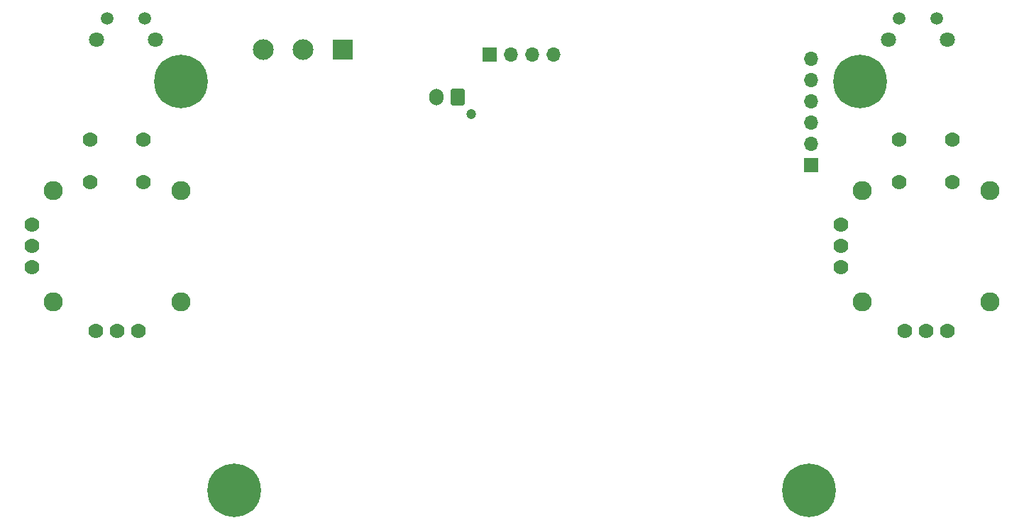
<source format=gbr>
%TF.GenerationSoftware,KiCad,Pcbnew,6.0.4-6f826c9f35~116~ubuntu18.04.1*%
%TF.CreationDate,2022-06-21T09:58:33-04:00*%
%TF.ProjectId,Makers-Unified-Controller,4d616b65-7273-42d5-956e-69666965642d,rev?*%
%TF.SameCoordinates,Original*%
%TF.FileFunction,Soldermask,Bot*%
%TF.FilePolarity,Negative*%
%FSLAX46Y46*%
G04 Gerber Fmt 4.6, Leading zero omitted, Abs format (unit mm)*
G04 Created by KiCad (PCBNEW 6.0.4-6f826c9f35~116~ubuntu18.04.1) date 2022-06-21 09:58:33*
%MOMM*%
%LPD*%
G01*
G04 APERTURE LIST*
G04 Aperture macros list*
%AMRoundRect*
0 Rectangle with rounded corners*
0 $1 Rounding radius*
0 $2 $3 $4 $5 $6 $7 $8 $9 X,Y pos of 4 corners*
0 Add a 4 corners polygon primitive as box body*
4,1,4,$2,$3,$4,$5,$6,$7,$8,$9,$2,$3,0*
0 Add four circle primitives for the rounded corners*
1,1,$1+$1,$2,$3*
1,1,$1+$1,$4,$5*
1,1,$1+$1,$6,$7*
1,1,$1+$1,$8,$9*
0 Add four rect primitives between the rounded corners*
20,1,$1+$1,$2,$3,$4,$5,0*
20,1,$1+$1,$4,$5,$6,$7,0*
20,1,$1+$1,$6,$7,$8,$9,0*
20,1,$1+$1,$8,$9,$2,$3,0*%
G04 Aperture macros list end*
%ADD10C,1.778000*%
%ADD11C,2.286000*%
%ADD12C,0.800000*%
%ADD13C,6.400000*%
%ADD14R,1.700000X1.700000*%
%ADD15O,1.700000X1.700000*%
%ADD16C,1.498600*%
%ADD17C,1.803400*%
%ADD18R,2.475000X2.475000*%
%ADD19C,2.475000*%
%ADD20C,1.200000*%
%ADD21RoundRect,0.250000X0.600000X0.750000X-0.600000X0.750000X-0.600000X-0.750000X0.600000X-0.750000X0*%
%ADD22O,1.700000X2.000000*%
G04 APERTURE END LIST*
D10*
%TO.C,U4*%
X199390000Y-85090000D03*
X199390000Y-82550000D03*
X199390000Y-80010000D03*
D11*
X217170000Y-75882500D03*
X217170000Y-89217500D03*
X201930000Y-89217500D03*
X201930000Y-75882500D03*
D10*
X212090000Y-92710000D03*
X209550000Y-92710000D03*
X207010000Y-92710000D03*
X212725000Y-74930000D03*
X206375000Y-74930000D03*
X212725000Y-69850000D03*
X206375000Y-69850000D03*
%TD*%
%TO.C,U1*%
X102870000Y-85090000D03*
X102870000Y-82550000D03*
X102870000Y-80010000D03*
D11*
X120650000Y-75882500D03*
X120650000Y-89217500D03*
X105410000Y-89217500D03*
X105410000Y-75882500D03*
D10*
X115570000Y-92710000D03*
X113030000Y-92710000D03*
X110490000Y-92710000D03*
X116205000Y-74930000D03*
X109855000Y-74930000D03*
X116205000Y-69850000D03*
X109855000Y-69850000D03*
%TD*%
D12*
%TO.C,H1*%
X128697056Y-113457056D03*
X125302944Y-110062944D03*
X128697056Y-110062944D03*
X127000000Y-114160000D03*
X127000000Y-109360000D03*
X124600000Y-111760000D03*
X125302944Y-113457056D03*
D13*
X127000000Y-111760000D03*
D12*
X129400000Y-111760000D03*
%TD*%
%TO.C,H2*%
X203419112Y-64562056D03*
X200025000Y-61167944D03*
X203419112Y-61167944D03*
X201722056Y-65265000D03*
D13*
X201722056Y-62865000D03*
D12*
X204122056Y-62865000D03*
X199322056Y-62865000D03*
X201722056Y-60465000D03*
X200025000Y-64562056D03*
%TD*%
%TO.C,H3*%
X118952944Y-61167944D03*
X122347056Y-64562056D03*
X122347056Y-61167944D03*
D13*
X120650000Y-62865000D03*
D12*
X123050000Y-62865000D03*
X118250000Y-62865000D03*
X118952944Y-64562056D03*
X120650000Y-65265000D03*
X120650000Y-60465000D03*
%TD*%
D13*
%TO.C,H4*%
X195580000Y-111760000D03*
D12*
X197277056Y-110062944D03*
X197277056Y-113457056D03*
X195580000Y-114160000D03*
X193882944Y-110062944D03*
X193180000Y-111760000D03*
X193882944Y-113457056D03*
X195580000Y-109360000D03*
X197980000Y-111760000D03*
%TD*%
D14*
%TO.C,J2*%
X195834000Y-72898000D03*
D15*
X195834000Y-70358000D03*
X195834000Y-67818000D03*
X195834000Y-65278000D03*
X195834000Y-62738000D03*
X195834000Y-60198000D03*
%TD*%
D16*
%TO.C,SW4*%
X210820000Y-55372000D03*
X206319999Y-55372000D03*
D17*
X212075000Y-57862299D03*
X205064999Y-57862299D03*
%TD*%
D16*
%TO.C,SW5*%
X116332000Y-55372000D03*
X111831999Y-55372000D03*
D17*
X117587000Y-57862299D03*
X110576999Y-57862299D03*
%TD*%
D14*
%TO.C,A1*%
X157480000Y-59690000D03*
D15*
X160020000Y-59690000D03*
X162560000Y-59690000D03*
X165100000Y-59690000D03*
%TD*%
D18*
%TO.C,SW1*%
X140005000Y-59055000D03*
D19*
X135255000Y-59055000D03*
X130505000Y-59055000D03*
%TD*%
D20*
%TO.C,J3*%
X155270000Y-66770000D03*
D21*
X153670000Y-64770000D03*
D22*
X151170000Y-64770000D03*
%TD*%
M02*

</source>
